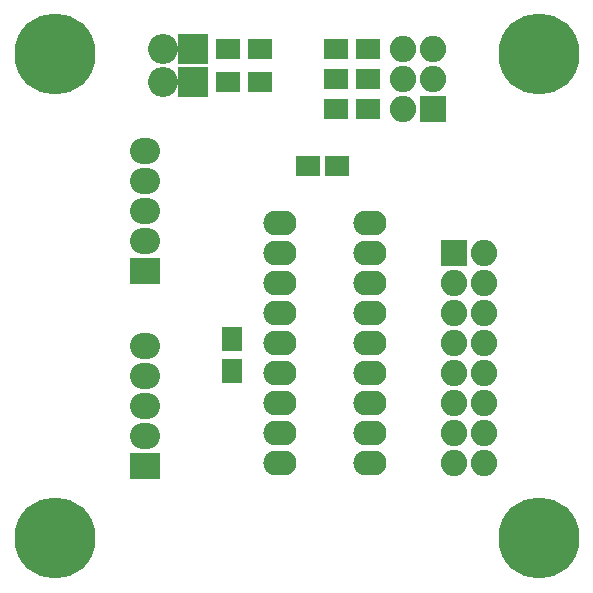
<source format=gts>
G04 #@! TF.FileFunction,Soldermask,Top*
%FSLAX46Y46*%
G04 Gerber Fmt 4.6, Leading zero omitted, Abs format (unit mm)*
G04 Created by KiCad (PCBNEW (after 2015-mar-04 BZR unknown)-product) date 12/21/2015 2:53:08 PM*
%MOMM*%
G01*
G04 APERTURE LIST*
%ADD10C,0.150000*%
%ADD11O,2.808000X2.108000*%
%ADD12R,2.008000X1.808000*%
%ADD13C,6.858000*%
%ADD14R,1.808000X2.008000*%
%ADD15R,2.008000X1.758000*%
%ADD16R,2.540000X2.540000*%
%ADD17O,2.540000X2.540000*%
%ADD18R,2.235200X2.235200*%
%ADD19O,2.235200X2.235200*%
%ADD20R,2.540000X2.235200*%
%ADD21O,2.540000X2.235200*%
G04 APERTURE END LIST*
D10*
D11*
X23114000Y-18288000D03*
X23114000Y-20828000D03*
X23114000Y-23368000D03*
X23114000Y-25908000D03*
X23114000Y-28448000D03*
X23114000Y-30988000D03*
X23114000Y-33528000D03*
X23114000Y-36068000D03*
X23114000Y-38608000D03*
X30734000Y-38608000D03*
X30734000Y-36068000D03*
X30734000Y-33528000D03*
X30734000Y-30988000D03*
X30734000Y-28448000D03*
X30734000Y-25908000D03*
X30734000Y-23368000D03*
X30734000Y-20828000D03*
X30734000Y-18288000D03*
D12*
X27860000Y-8636000D03*
X30560000Y-8636000D03*
X27860000Y-6096000D03*
X30560000Y-6096000D03*
X27860000Y-3556000D03*
X30560000Y-3556000D03*
X21416000Y-3556000D03*
X18716000Y-3556000D03*
X21416000Y-6350000D03*
X18716000Y-6350000D03*
D13*
X4000000Y-45000000D03*
X4000000Y-4000000D03*
X45000000Y-45000000D03*
X45000000Y-4000000D03*
D14*
X19050000Y-28114000D03*
X19050000Y-30814000D03*
D15*
X27920000Y-13462000D03*
X25420000Y-13462000D03*
D16*
X15748000Y-3556000D03*
D17*
X13208000Y-3556000D03*
D16*
X15748000Y-6350000D03*
D17*
X13208000Y-6350000D03*
D18*
X36068000Y-8636000D03*
D19*
X33528000Y-8636000D03*
X36068000Y-6096000D03*
X33528000Y-6096000D03*
X36068000Y-3556000D03*
X33528000Y-3556000D03*
D20*
X11684000Y-22352000D03*
D21*
X11684000Y-19812000D03*
X11684000Y-17272000D03*
X11684000Y-14732000D03*
X11684000Y-12192000D03*
D20*
X11684000Y-38862000D03*
D21*
X11684000Y-36322000D03*
X11684000Y-33782000D03*
X11684000Y-31242000D03*
X11684000Y-28702000D03*
D18*
X37846000Y-20828000D03*
D19*
X40386000Y-20828000D03*
X37846000Y-23368000D03*
X40386000Y-23368000D03*
X37846000Y-25908000D03*
X40386000Y-25908000D03*
X37846000Y-28448000D03*
X40386000Y-28448000D03*
X37846000Y-30988000D03*
X40386000Y-30988000D03*
X37846000Y-33528000D03*
X40386000Y-33528000D03*
X37846000Y-36068000D03*
X40386000Y-36068000D03*
X37846000Y-38608000D03*
X40386000Y-38608000D03*
M02*

</source>
